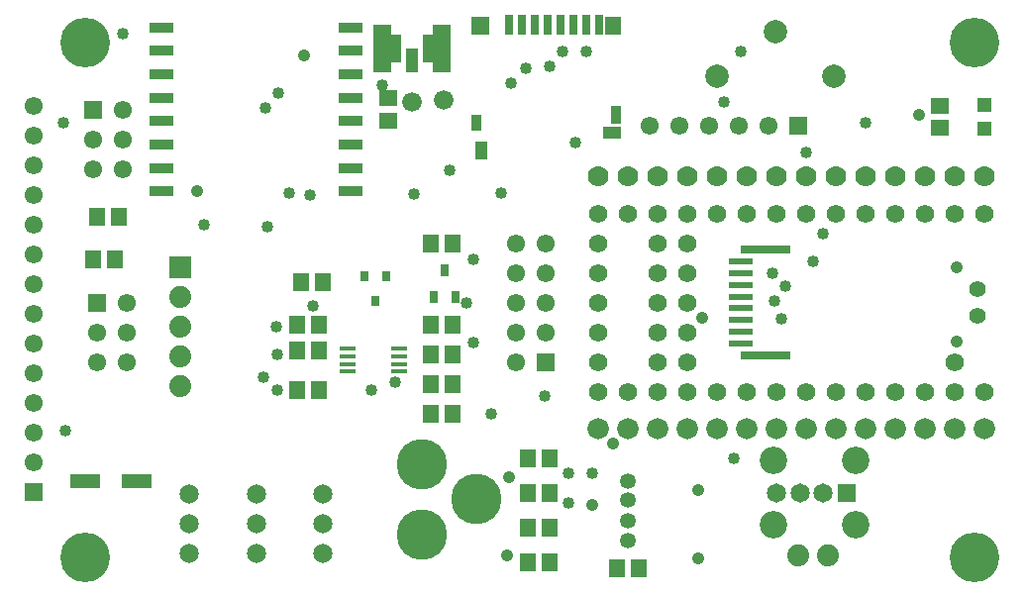
<source format=gts>
G04 DipTrace 3.3.1.3*
G04 Teensy4.0TouchDisplayLoRa.gts*
%MOIN*%
G04 #@! TF.FileFunction,Soldermask,Top*
G04 #@! TF.Part,Single*
%AMOUTLINE4*
4,1,4,
-0.03937,-0.015748,
0.03937,-0.015748,
0.03937,0.015748,
-0.03937,0.015748,
-0.03937,-0.015748,
0*%
%AMOUTLINE5*
4,1,4,
0.03937,0.015748,
-0.03937,0.015748,
-0.03937,-0.015748,
0.03937,-0.015748,
0.03937,0.015748,
0*%
%AMOUTLINE6*
4,1,4,
0.03,0.08,
-0.03,0.08,
-0.03,-0.08,
0.03,-0.08,
0.03,0.08,
0*%
%AMOUTLINE7*
4,1,4,
0.02,0.04,
-0.02,0.04,
-0.02,-0.04,
0.02,-0.04,
0.02,0.04,
0*%
%ADD23C,0.04*%
%ADD33C,0.066*%
%ADD35R,0.1X0.05*%
%ADD38C,0.17*%
%ADD41C,0.07*%
%ADD42C,0.074*%
%ADD48R,0.07874X0.023622*%
%ADD49R,0.165354X0.027559*%
%ADD53C,0.065199*%
%ADD54C,0.05315*%
%ADD55R,0.047244X0.047244*%
%ADD57R,0.031496X0.035433*%
%ADD61C,0.06194*%
%ADD62C,0.055*%
%ADD63R,0.074X0.074*%
%ADD77C,0.167*%
%ADD79C,0.042*%
%ADD81C,0.092551*%
%ADD83C,0.064992*%
%ADD85R,0.064992X0.064992*%
%ADD87R,0.057118X0.017748*%
%ADD95R,0.027591X0.043339*%
%ADD105C,0.078772*%
%ADD111R,0.059087X0.04137*%
%ADD113R,0.033496X0.061055*%
%ADD115R,0.033496X0.057118*%
%ADD117R,0.04137X0.063024*%
%ADD119R,0.029559X0.070898*%
%ADD123C,0.072*%
%ADD125C,0.061055*%
%ADD127R,0.061055X0.061055*%
%ADD131R,0.053181X0.061055*%
%ADD133R,0.061055X0.053181*%
%ADD145OUTLINE4*%
%ADD146OUTLINE5*%
%ADD147OUTLINE6*%
%ADD148OUTLINE7*%
%FSLAX26Y26*%
G04*
G70*
G90*
G75*
G01*
G04 TopMask*
%LPD*%
D79*
X3599613Y1236707D3*
Y1487335D3*
X3475346Y1999781D3*
X2443485Y893648D3*
X1406094Y2199760D3*
X1043632Y1743558D3*
X2743453Y1318603D3*
X2374742Y687419D3*
X2730955Y737414D3*
Y506188D3*
X2093522Y781159D3*
X2087272Y518687D3*
D77*
X3661417Y511810D3*
X669291D3*
Y2244094D3*
X3661417D3*
D23*
X1268608Y1118624D3*
X793700Y2273700D3*
X1973700Y1233700D3*
X1949787Y1368598D3*
X1281107Y1624821D3*
X1668566Y2099771D3*
X2033700Y993700D3*
X1631070Y1074878D3*
X1433700Y1358697D3*
X2874690Y2212259D3*
X3118414Y1506083D3*
X2987178Y1374847D3*
X2274752Y2212259D3*
X2980928Y1468587D3*
X2353700Y2213700D3*
X2818445Y2043527D3*
X3012175Y1312354D3*
X2149766Y2156015D3*
X2099771Y2106020D3*
X1893700Y1813700D3*
X599928Y937393D3*
X1712312Y1099876D3*
X2213700Y1053700D3*
X1318603Y2074773D3*
X1274857Y2024779D3*
X1973700Y1513700D3*
X1068629Y1631070D3*
X1356099Y1737309D3*
X593700Y1973700D3*
X2293700Y793700D3*
X2374742Y793658D3*
X2849692Y843653D3*
X1424842Y1731060D3*
X2318498Y1906041D3*
X3149661Y1599823D3*
X3093700Y1873700D3*
X1312354Y1287356D3*
X1313700Y1193700D3*
Y1073700D3*
X1773700Y1733700D3*
X2293700Y693700D3*
X2231007Y2162264D3*
X2068524Y1737309D3*
X3024674Y1424842D3*
X3293700Y1973700D3*
D33*
X1768556Y2043527D3*
D35*
X841200Y768700D3*
X666200D3*
D133*
X1687314Y2056025D3*
Y1981222D3*
D131*
X2456298Y473700D3*
X2531102D3*
X706167Y1656067D3*
X780970D3*
X768661Y1512333D3*
X693857D3*
D33*
X1874794Y2049776D3*
D38*
X1799802Y824905D3*
Y588684D3*
X1984842Y706794D3*
D127*
X3068419Y1962285D3*
D125*
X2968419D3*
X2868419D3*
X2768419D3*
X2668419D3*
X2568419D3*
D41*
X3693700Y1793700D3*
X3593700D3*
X3493700D3*
X3393700D3*
X3293700D3*
X3193700D3*
X3093700D3*
X2993700D3*
X2893700D3*
X2793700D3*
X2693700D3*
X2593700D3*
X2493700D3*
X2393700D3*
D123*
X3693700Y943700D3*
X3593700D3*
X3493700D3*
X3393700D3*
X3293700D3*
X3193700D3*
X3093700D3*
X2993700D3*
X2893700D3*
X2793700D3*
X2693700D3*
X2593700D3*
X2493700D3*
X2393700D3*
D127*
X2218700Y1168700D3*
D125*
X2118700D3*
X2218700Y1268700D3*
X2118700D3*
X2218700Y1368700D3*
X2118700D3*
X2218700Y1468700D3*
X2118700D3*
X2218700Y1568700D3*
X2118700D3*
D42*
X3068700Y518700D3*
X3168700D3*
D119*
X2396771Y2304415D3*
X2353424D3*
X2310157D3*
X2266823Y2304428D3*
X2223516D3*
X2180222D3*
X2136902D3*
X2093621Y2304415D3*
D131*
X2443976Y2299691D3*
D127*
X1997125D3*
D117*
X1999501Y1879035D3*
D115*
X1983372Y1974704D3*
D113*
X2453818Y2000321D3*
D111*
X2441259Y1941266D3*
D48*
X2874015Y1230905D3*
Y1270275D3*
Y1309645D3*
Y1388385D3*
Y1349015D3*
Y1427755D3*
Y1467125D3*
Y1506495D3*
D49*
X2956692Y1191535D3*
Y1545865D3*
D105*
X3187157Y2131018D3*
X2990306Y2280624D3*
X2793456Y2131018D3*
D53*
X1018634Y524936D3*
Y624936D3*
Y724936D3*
X1243611Y524936D3*
Y624936D3*
Y724936D3*
X1468587Y524936D3*
Y624936D3*
Y724936D3*
D127*
X493700Y731700D3*
D125*
Y831700D3*
Y931700D3*
Y1031700D3*
Y1131700D3*
Y1231700D3*
Y1331700D3*
Y1431700D3*
Y1531700D3*
Y1631700D3*
Y1731700D3*
Y1831700D3*
Y1931700D3*
Y2031700D3*
D54*
X2493700Y568700D3*
Y633700D3*
Y703700D3*
Y768700D3*
D127*
X706167Y1368598D3*
D125*
X806167D3*
X706167Y1268598D3*
X806167D3*
X706167Y1168598D3*
X806167D3*
D127*
X693700Y2018700D3*
D125*
X793700D3*
X693700Y1918700D3*
X793700D3*
X693700Y1818700D3*
X793700D3*
D55*
X3693700Y2035039D3*
Y1952361D3*
D57*
X1681102Y1458070D3*
X1606298D3*
X1643700Y1375393D3*
D95*
X1839747Y1386911D3*
X1914550D3*
X1877149Y1477462D3*
D131*
X2231102Y610367D3*
X2156298D3*
X1906102Y1568700D3*
X1831298D3*
X1393595Y1437340D3*
X1468398D3*
X2231102Y843700D3*
X2156298D3*
D133*
X3543700Y1956298D3*
Y2031102D3*
D131*
X2156298Y493700D3*
X2231102D3*
X1906102Y1293923D3*
X1831298D3*
X1456088Y1293606D3*
X1381285D3*
X1906102Y1193829D3*
X1831298D3*
Y1093733D3*
X1906102D3*
X1456088Y1074878D3*
X1381285D3*
X1456088Y1206115D3*
X1381285D3*
X1831298Y993637D3*
X1906102D3*
X2231102Y727033D3*
X2156298D3*
D145*
X1562598Y1743104D3*
Y1821844D3*
Y1900585D3*
Y1979325D3*
Y2058065D3*
Y2136805D3*
Y2215545D3*
Y2294285D3*
D146*
X924802D3*
Y2215545D3*
Y2136805D3*
Y2058065D3*
Y1979325D3*
Y1900585D3*
Y1821844D3*
Y1743104D3*
D61*
X3693700Y1668700D3*
X3593700D3*
X3493700D3*
X3393700D3*
X3293700D3*
X3193700D3*
X3093700D3*
X2993700D3*
X2893700D3*
X2793700D3*
X2693700D3*
X2593700D3*
X2493700D3*
X2393700D3*
Y1568700D3*
Y1468700D3*
Y1368700D3*
Y1268700D3*
Y1168700D3*
Y1068700D3*
X2493700D3*
X2593700D3*
X2693700D3*
X2793700D3*
X2893700D3*
X2993700D3*
X3093700D3*
X3193700D3*
X3293700D3*
X3393700D3*
X3493700D3*
X3593700D3*
X3693700D3*
X3593700Y1168700D3*
D62*
X3671700Y1323700D3*
D61*
X2693700Y1568700D3*
X2593700Y1468700D3*
Y1368700D3*
D62*
X3671700Y1413700D3*
D61*
X2593700Y1568700D3*
X2693700Y1468700D3*
Y1368700D3*
Y1268700D3*
Y1168700D3*
X2593700Y1268700D3*
Y1168700D3*
D63*
X987388Y1487335D3*
D42*
Y1387335D3*
Y1287335D3*
Y1087335D3*
Y1187335D3*
D87*
X1549829Y1212364D3*
Y1186773D3*
Y1161183D3*
Y1135592D3*
X1723057D3*
Y1161183D3*
Y1186773D3*
Y1212364D3*
D85*
X3230755Y728700D3*
D83*
X3152015D3*
X3073275D3*
X2994535D3*
D81*
X2983905Y621613D3*
Y835787D3*
X3259495Y621613D3*
Y835787D3*
G36*
X1841496Y2177728D2*
X1805434D1*
Y2269743D1*
X1841496D1*
Y2177728D1*
G37*
G36*
X1695714Y2269795D2*
X1731620D1*
Y2177728D1*
X1695714D1*
Y2269795D1*
G37*
D147*
X1668566Y2224758D3*
X1868566D3*
D148*
X1768566Y2184758D3*
M02*

</source>
